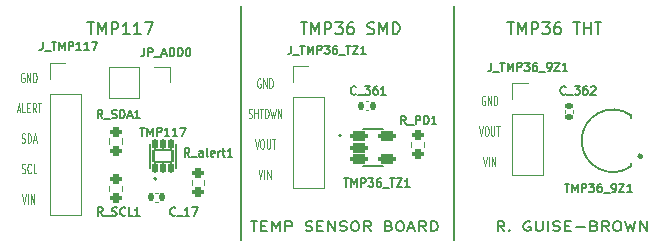
<source format=gbr>
%TF.GenerationSoftware,KiCad,Pcbnew,(6.0.4-0)*%
%TF.CreationDate,2025-08-27T16:44:19+02:00*%
%TF.ProjectId,FYP_temp,4659505f-7465-46d7-902e-6b696361645f,rev?*%
%TF.SameCoordinates,Original*%
%TF.FileFunction,Legend,Top*%
%TF.FilePolarity,Positive*%
%FSLAX46Y46*%
G04 Gerber Fmt 4.6, Leading zero omitted, Abs format (unit mm)*
G04 Created by KiCad (PCBNEW (6.0.4-0)) date 2025-08-27 16:44:19*
%MOMM*%
%LPD*%
G01*
G04 APERTURE LIST*
G04 Aperture macros list*
%AMRoundRect*
0 Rectangle with rounded corners*
0 $1 Rounding radius*
0 $2 $3 $4 $5 $6 $7 $8 $9 X,Y pos of 4 corners*
0 Add a 4 corners polygon primitive as box body*
4,1,4,$2,$3,$4,$5,$6,$7,$8,$9,$2,$3,0*
0 Add four circle primitives for the rounded corners*
1,1,$1+$1,$2,$3*
1,1,$1+$1,$4,$5*
1,1,$1+$1,$6,$7*
1,1,$1+$1,$8,$9*
0 Add four rect primitives between the rounded corners*
20,1,$1+$1,$2,$3,$4,$5,0*
20,1,$1+$1,$4,$5,$6,$7,0*
20,1,$1+$1,$6,$7,$8,$9,0*
20,1,$1+$1,$8,$9,$2,$3,0*%
G04 Aperture macros list end*
%ADD10C,0.150000*%
%ADD11C,0.125000*%
%ADD12C,0.120000*%
%ADD13C,0.127000*%
%ADD14C,0.200000*%
%ADD15C,0.300000*%
%ADD16R,1.700000X1.700000*%
%ADD17O,1.700000X1.700000*%
%ADD18RoundRect,0.140000X0.170000X-0.140000X0.170000X0.140000X-0.170000X0.140000X-0.170000X-0.140000X0*%
%ADD19RoundRect,0.200000X0.275000X-0.200000X0.275000X0.200000X-0.275000X0.200000X-0.275000X-0.200000X0*%
%ADD20RoundRect,0.140000X-0.140000X-0.170000X0.140000X-0.170000X0.140000X0.170000X-0.140000X0.170000X0*%
%ADD21RoundRect,0.142000X0.120000X-0.305000X0.120000X0.305000X-0.120000X0.305000X-0.120000X-0.305000X0*%
%ADD22RoundRect,0.102000X0.800000X-0.500000X0.800000X0.500000X-0.800000X0.500000X-0.800000X-0.500000X0*%
%ADD23O,2.404000X1.304000*%
%ADD24RoundRect,0.252000X-0.545000X-0.150000X0.545000X-0.150000X0.545000X0.150000X-0.545000X0.150000X0*%
G04 APERTURE END LIST*
D10*
X60000000Y-41400000D02*
X60000000Y-21600000D01*
X42000000Y-41400000D02*
X42000000Y-21600000D01*
D11*
X43619047Y-27736000D02*
X43571428Y-27697904D01*
X43500000Y-27697904D01*
X43428571Y-27736000D01*
X43380952Y-27812190D01*
X43357142Y-27888380D01*
X43333333Y-28040761D01*
X43333333Y-28155047D01*
X43357142Y-28307428D01*
X43380952Y-28383619D01*
X43428571Y-28459809D01*
X43500000Y-28497904D01*
X43547619Y-28497904D01*
X43619047Y-28459809D01*
X43642857Y-28421714D01*
X43642857Y-28155047D01*
X43547619Y-28155047D01*
X43857142Y-28497904D02*
X43857142Y-27697904D01*
X44142857Y-28497904D01*
X44142857Y-27697904D01*
X44380952Y-28497904D02*
X44380952Y-27697904D01*
X44500000Y-27697904D01*
X44571428Y-27736000D01*
X44619047Y-27812190D01*
X44642857Y-27888380D01*
X44666666Y-28040761D01*
X44666666Y-28155047D01*
X44642857Y-28307428D01*
X44619047Y-28383619D01*
X44571428Y-28459809D01*
X44500000Y-28497904D01*
X44380952Y-28497904D01*
X42607142Y-31035809D02*
X42678571Y-31073904D01*
X42797619Y-31073904D01*
X42845238Y-31035809D01*
X42869047Y-30997714D01*
X42892857Y-30921523D01*
X42892857Y-30845333D01*
X42869047Y-30769142D01*
X42845238Y-30731047D01*
X42797619Y-30692952D01*
X42702380Y-30654857D01*
X42654761Y-30616761D01*
X42630952Y-30578666D01*
X42607142Y-30502476D01*
X42607142Y-30426285D01*
X42630952Y-30350095D01*
X42654761Y-30312000D01*
X42702380Y-30273904D01*
X42821428Y-30273904D01*
X42892857Y-30312000D01*
X43107142Y-31073904D02*
X43107142Y-30273904D01*
X43107142Y-30654857D02*
X43392857Y-30654857D01*
X43392857Y-31073904D02*
X43392857Y-30273904D01*
X43559523Y-30273904D02*
X43845238Y-30273904D01*
X43702380Y-31073904D02*
X43702380Y-30273904D01*
X44011904Y-31073904D02*
X44011904Y-30273904D01*
X44130952Y-30273904D01*
X44202380Y-30312000D01*
X44250000Y-30388190D01*
X44273809Y-30464380D01*
X44297619Y-30616761D01*
X44297619Y-30731047D01*
X44273809Y-30883428D01*
X44250000Y-30959619D01*
X44202380Y-31035809D01*
X44130952Y-31073904D01*
X44011904Y-31073904D01*
X44464285Y-30273904D02*
X44583333Y-31073904D01*
X44678571Y-30502476D01*
X44773809Y-31073904D01*
X44892857Y-30273904D01*
X45083333Y-31073904D02*
X45083333Y-30273904D01*
X45369047Y-31073904D01*
X45369047Y-30273904D01*
X43119047Y-32849904D02*
X43285714Y-33649904D01*
X43452380Y-32849904D01*
X43714285Y-32849904D02*
X43809523Y-32849904D01*
X43857142Y-32888000D01*
X43904761Y-32964190D01*
X43928571Y-33116571D01*
X43928571Y-33383238D01*
X43904761Y-33535619D01*
X43857142Y-33611809D01*
X43809523Y-33649904D01*
X43714285Y-33649904D01*
X43666666Y-33611809D01*
X43619047Y-33535619D01*
X43595238Y-33383238D01*
X43595238Y-33116571D01*
X43619047Y-32964190D01*
X43666666Y-32888000D01*
X43714285Y-32849904D01*
X44142857Y-32849904D02*
X44142857Y-33497523D01*
X44166666Y-33573714D01*
X44190476Y-33611809D01*
X44238095Y-33649904D01*
X44333333Y-33649904D01*
X44380952Y-33611809D01*
X44404761Y-33573714D01*
X44428571Y-33497523D01*
X44428571Y-32849904D01*
X44595238Y-32849904D02*
X44880952Y-32849904D01*
X44738095Y-33649904D02*
X44738095Y-32849904D01*
X43452380Y-35425904D02*
X43619047Y-36225904D01*
X43785714Y-35425904D01*
X43952380Y-36225904D02*
X43952380Y-35425904D01*
X44190476Y-36225904D02*
X44190476Y-35425904D01*
X44476190Y-36225904D01*
X44476190Y-35425904D01*
X23619047Y-27248000D02*
X23571428Y-27209904D01*
X23500000Y-27209904D01*
X23428571Y-27248000D01*
X23380952Y-27324190D01*
X23357142Y-27400380D01*
X23333333Y-27552761D01*
X23333333Y-27667047D01*
X23357142Y-27819428D01*
X23380952Y-27895619D01*
X23428571Y-27971809D01*
X23500000Y-28009904D01*
X23547619Y-28009904D01*
X23619047Y-27971809D01*
X23642857Y-27933714D01*
X23642857Y-27667047D01*
X23547619Y-27667047D01*
X23857142Y-28009904D02*
X23857142Y-27209904D01*
X24142857Y-28009904D01*
X24142857Y-27209904D01*
X24380952Y-28009904D02*
X24380952Y-27209904D01*
X24500000Y-27209904D01*
X24571428Y-27248000D01*
X24619047Y-27324190D01*
X24642857Y-27400380D01*
X24666666Y-27552761D01*
X24666666Y-27667047D01*
X24642857Y-27819428D01*
X24619047Y-27895619D01*
X24571428Y-27971809D01*
X24500000Y-28009904D01*
X24380952Y-28009904D01*
X23011904Y-30357333D02*
X23250000Y-30357333D01*
X22964285Y-30585904D02*
X23130952Y-29785904D01*
X23297619Y-30585904D01*
X23702380Y-30585904D02*
X23464285Y-30585904D01*
X23464285Y-29785904D01*
X23869047Y-30166857D02*
X24035714Y-30166857D01*
X24107142Y-30585904D02*
X23869047Y-30585904D01*
X23869047Y-29785904D01*
X24107142Y-29785904D01*
X24607142Y-30585904D02*
X24440476Y-30204952D01*
X24321428Y-30585904D02*
X24321428Y-29785904D01*
X24511904Y-29785904D01*
X24559523Y-29824000D01*
X24583333Y-29862095D01*
X24607142Y-29938285D01*
X24607142Y-30052571D01*
X24583333Y-30128761D01*
X24559523Y-30166857D01*
X24511904Y-30204952D01*
X24321428Y-30204952D01*
X24750000Y-29785904D02*
X25035714Y-29785904D01*
X24892857Y-30585904D02*
X24892857Y-29785904D01*
X23392857Y-33123809D02*
X23464285Y-33161904D01*
X23583333Y-33161904D01*
X23630952Y-33123809D01*
X23654761Y-33085714D01*
X23678571Y-33009523D01*
X23678571Y-32933333D01*
X23654761Y-32857142D01*
X23630952Y-32819047D01*
X23583333Y-32780952D01*
X23488095Y-32742857D01*
X23440476Y-32704761D01*
X23416666Y-32666666D01*
X23392857Y-32590476D01*
X23392857Y-32514285D01*
X23416666Y-32438095D01*
X23440476Y-32400000D01*
X23488095Y-32361904D01*
X23607142Y-32361904D01*
X23678571Y-32400000D01*
X23892857Y-33161904D02*
X23892857Y-32361904D01*
X24011904Y-32361904D01*
X24083333Y-32400000D01*
X24130952Y-32476190D01*
X24154761Y-32552380D01*
X24178571Y-32704761D01*
X24178571Y-32819047D01*
X24154761Y-32971428D01*
X24130952Y-33047619D01*
X24083333Y-33123809D01*
X24011904Y-33161904D01*
X23892857Y-33161904D01*
X24369047Y-32933333D02*
X24607142Y-32933333D01*
X24321428Y-33161904D02*
X24488095Y-32361904D01*
X24654761Y-33161904D01*
X23404761Y-35699809D02*
X23476190Y-35737904D01*
X23595238Y-35737904D01*
X23642857Y-35699809D01*
X23666666Y-35661714D01*
X23690476Y-35585523D01*
X23690476Y-35509333D01*
X23666666Y-35433142D01*
X23642857Y-35395047D01*
X23595238Y-35356952D01*
X23500000Y-35318857D01*
X23452380Y-35280761D01*
X23428571Y-35242666D01*
X23404761Y-35166476D01*
X23404761Y-35090285D01*
X23428571Y-35014095D01*
X23452380Y-34976000D01*
X23500000Y-34937904D01*
X23619047Y-34937904D01*
X23690476Y-34976000D01*
X24190476Y-35661714D02*
X24166666Y-35699809D01*
X24095238Y-35737904D01*
X24047619Y-35737904D01*
X23976190Y-35699809D01*
X23928571Y-35623619D01*
X23904761Y-35547428D01*
X23880952Y-35395047D01*
X23880952Y-35280761D01*
X23904761Y-35128380D01*
X23928571Y-35052190D01*
X23976190Y-34976000D01*
X24047619Y-34937904D01*
X24095238Y-34937904D01*
X24166666Y-34976000D01*
X24190476Y-35014095D01*
X24642857Y-35737904D02*
X24404761Y-35737904D01*
X24404761Y-34937904D01*
X23452380Y-37513904D02*
X23619047Y-38313904D01*
X23785714Y-37513904D01*
X23952380Y-38313904D02*
X23952380Y-37513904D01*
X24190476Y-38313904D02*
X24190476Y-37513904D01*
X24476190Y-38313904D01*
X24476190Y-37513904D01*
D10*
X28964285Y-22952380D02*
X29535714Y-22952380D01*
X29250000Y-23952380D02*
X29250000Y-22952380D01*
X29869047Y-23952380D02*
X29869047Y-22952380D01*
X30202380Y-23666666D01*
X30535714Y-22952380D01*
X30535714Y-23952380D01*
X31011904Y-23952380D02*
X31011904Y-22952380D01*
X31392857Y-22952380D01*
X31488095Y-23000000D01*
X31535714Y-23047619D01*
X31583333Y-23142857D01*
X31583333Y-23285714D01*
X31535714Y-23380952D01*
X31488095Y-23428571D01*
X31392857Y-23476190D01*
X31011904Y-23476190D01*
X32535714Y-23952380D02*
X31964285Y-23952380D01*
X32250000Y-23952380D02*
X32250000Y-22952380D01*
X32154761Y-23095238D01*
X32059523Y-23190476D01*
X31964285Y-23238095D01*
X33488095Y-23952380D02*
X32916666Y-23952380D01*
X33202380Y-23952380D02*
X33202380Y-22952380D01*
X33107142Y-23095238D01*
X33011904Y-23190476D01*
X32916666Y-23238095D01*
X33821428Y-22952380D02*
X34488095Y-22952380D01*
X34059523Y-23952380D01*
X64523809Y-22952380D02*
X65095238Y-22952380D01*
X64809523Y-23952380D02*
X64809523Y-22952380D01*
X65428571Y-23952380D02*
X65428571Y-22952380D01*
X65761904Y-23666666D01*
X66095238Y-22952380D01*
X66095238Y-23952380D01*
X66571428Y-23952380D02*
X66571428Y-22952380D01*
X66952380Y-22952380D01*
X67047619Y-23000000D01*
X67095238Y-23047619D01*
X67142857Y-23142857D01*
X67142857Y-23285714D01*
X67095238Y-23380952D01*
X67047619Y-23428571D01*
X66952380Y-23476190D01*
X66571428Y-23476190D01*
X67476190Y-22952380D02*
X68095238Y-22952380D01*
X67761904Y-23333333D01*
X67904761Y-23333333D01*
X68000000Y-23380952D01*
X68047619Y-23428571D01*
X68095238Y-23523809D01*
X68095238Y-23761904D01*
X68047619Y-23857142D01*
X68000000Y-23904761D01*
X67904761Y-23952380D01*
X67619047Y-23952380D01*
X67523809Y-23904761D01*
X67476190Y-23857142D01*
X68952380Y-22952380D02*
X68761904Y-22952380D01*
X68666666Y-23000000D01*
X68619047Y-23047619D01*
X68523809Y-23190476D01*
X68476190Y-23380952D01*
X68476190Y-23761904D01*
X68523809Y-23857142D01*
X68571428Y-23904761D01*
X68666666Y-23952380D01*
X68857142Y-23952380D01*
X68952380Y-23904761D01*
X69000000Y-23857142D01*
X69047619Y-23761904D01*
X69047619Y-23523809D01*
X69000000Y-23428571D01*
X68952380Y-23380952D01*
X68857142Y-23333333D01*
X68666666Y-23333333D01*
X68571428Y-23380952D01*
X68523809Y-23428571D01*
X68476190Y-23523809D01*
X70095238Y-22952380D02*
X70666666Y-22952380D01*
X70380952Y-23952380D02*
X70380952Y-22952380D01*
X71000000Y-23952380D02*
X71000000Y-22952380D01*
X71000000Y-23428571D02*
X71571428Y-23428571D01*
X71571428Y-23952380D02*
X71571428Y-22952380D01*
X71904761Y-22952380D02*
X72476190Y-22952380D01*
X72190476Y-23952380D02*
X72190476Y-22952380D01*
X47011904Y-22952380D02*
X47583333Y-22952380D01*
X47297619Y-23952380D02*
X47297619Y-22952380D01*
X47916666Y-23952380D02*
X47916666Y-22952380D01*
X48250000Y-23666666D01*
X48583333Y-22952380D01*
X48583333Y-23952380D01*
X49059523Y-23952380D02*
X49059523Y-22952380D01*
X49440476Y-22952380D01*
X49535714Y-23000000D01*
X49583333Y-23047619D01*
X49630952Y-23142857D01*
X49630952Y-23285714D01*
X49583333Y-23380952D01*
X49535714Y-23428571D01*
X49440476Y-23476190D01*
X49059523Y-23476190D01*
X49964285Y-22952380D02*
X50583333Y-22952380D01*
X50250000Y-23333333D01*
X50392857Y-23333333D01*
X50488095Y-23380952D01*
X50535714Y-23428571D01*
X50583333Y-23523809D01*
X50583333Y-23761904D01*
X50535714Y-23857142D01*
X50488095Y-23904761D01*
X50392857Y-23952380D01*
X50107142Y-23952380D01*
X50011904Y-23904761D01*
X49964285Y-23857142D01*
X51440476Y-22952380D02*
X51250000Y-22952380D01*
X51154761Y-23000000D01*
X51107142Y-23047619D01*
X51011904Y-23190476D01*
X50964285Y-23380952D01*
X50964285Y-23761904D01*
X51011904Y-23857142D01*
X51059523Y-23904761D01*
X51154761Y-23952380D01*
X51345238Y-23952380D01*
X51440476Y-23904761D01*
X51488095Y-23857142D01*
X51535714Y-23761904D01*
X51535714Y-23523809D01*
X51488095Y-23428571D01*
X51440476Y-23380952D01*
X51345238Y-23333333D01*
X51154761Y-23333333D01*
X51059523Y-23380952D01*
X51011904Y-23428571D01*
X50964285Y-23523809D01*
X52678571Y-23904761D02*
X52821428Y-23952380D01*
X53059523Y-23952380D01*
X53154761Y-23904761D01*
X53202380Y-23857142D01*
X53250000Y-23761904D01*
X53250000Y-23666666D01*
X53202380Y-23571428D01*
X53154761Y-23523809D01*
X53059523Y-23476190D01*
X52869047Y-23428571D01*
X52773809Y-23380952D01*
X52726190Y-23333333D01*
X52678571Y-23238095D01*
X52678571Y-23142857D01*
X52726190Y-23047619D01*
X52773809Y-23000000D01*
X52869047Y-22952380D01*
X53107142Y-22952380D01*
X53250000Y-23000000D01*
X53678571Y-23952380D02*
X53678571Y-22952380D01*
X54011904Y-23666666D01*
X54345238Y-22952380D01*
X54345238Y-23952380D01*
X54821428Y-23952380D02*
X54821428Y-22952380D01*
X55059523Y-22952380D01*
X55202380Y-23000000D01*
X55297619Y-23095238D01*
X55345238Y-23190476D01*
X55392857Y-23380952D01*
X55392857Y-23523809D01*
X55345238Y-23714285D01*
X55297619Y-23809523D01*
X55202380Y-23904761D01*
X55059523Y-23952380D01*
X54821428Y-23952380D01*
X64261904Y-40611904D02*
X63928571Y-40230952D01*
X63690476Y-40611904D02*
X63690476Y-39811904D01*
X64071428Y-39811904D01*
X64166666Y-39850000D01*
X64214285Y-39888095D01*
X64261904Y-39964285D01*
X64261904Y-40078571D01*
X64214285Y-40154761D01*
X64166666Y-40192857D01*
X64071428Y-40230952D01*
X63690476Y-40230952D01*
X64690476Y-40535714D02*
X64738095Y-40573809D01*
X64690476Y-40611904D01*
X64642857Y-40573809D01*
X64690476Y-40535714D01*
X64690476Y-40611904D01*
X66452380Y-39850000D02*
X66357142Y-39811904D01*
X66214285Y-39811904D01*
X66071428Y-39850000D01*
X65976190Y-39926190D01*
X65928571Y-40002380D01*
X65880952Y-40154761D01*
X65880952Y-40269047D01*
X65928571Y-40421428D01*
X65976190Y-40497619D01*
X66071428Y-40573809D01*
X66214285Y-40611904D01*
X66309523Y-40611904D01*
X66452380Y-40573809D01*
X66500000Y-40535714D01*
X66500000Y-40269047D01*
X66309523Y-40269047D01*
X66928571Y-39811904D02*
X66928571Y-40459523D01*
X66976190Y-40535714D01*
X67023809Y-40573809D01*
X67119047Y-40611904D01*
X67309523Y-40611904D01*
X67404761Y-40573809D01*
X67452380Y-40535714D01*
X67500000Y-40459523D01*
X67500000Y-39811904D01*
X67976190Y-40611904D02*
X67976190Y-39811904D01*
X68404761Y-40573809D02*
X68547619Y-40611904D01*
X68785714Y-40611904D01*
X68880952Y-40573809D01*
X68928571Y-40535714D01*
X68976190Y-40459523D01*
X68976190Y-40383333D01*
X68928571Y-40307142D01*
X68880952Y-40269047D01*
X68785714Y-40230952D01*
X68595238Y-40192857D01*
X68500000Y-40154761D01*
X68452380Y-40116666D01*
X68404761Y-40040476D01*
X68404761Y-39964285D01*
X68452380Y-39888095D01*
X68500000Y-39850000D01*
X68595238Y-39811904D01*
X68833333Y-39811904D01*
X68976190Y-39850000D01*
X69404761Y-40192857D02*
X69738095Y-40192857D01*
X69880952Y-40611904D02*
X69404761Y-40611904D01*
X69404761Y-39811904D01*
X69880952Y-39811904D01*
X70309523Y-40307142D02*
X71071428Y-40307142D01*
X71880952Y-40192857D02*
X72023809Y-40230952D01*
X72071428Y-40269047D01*
X72119047Y-40345238D01*
X72119047Y-40459523D01*
X72071428Y-40535714D01*
X72023809Y-40573809D01*
X71928571Y-40611904D01*
X71547619Y-40611904D01*
X71547619Y-39811904D01*
X71880952Y-39811904D01*
X71976190Y-39850000D01*
X72023809Y-39888095D01*
X72071428Y-39964285D01*
X72071428Y-40040476D01*
X72023809Y-40116666D01*
X71976190Y-40154761D01*
X71880952Y-40192857D01*
X71547619Y-40192857D01*
X73119047Y-40611904D02*
X72785714Y-40230952D01*
X72547619Y-40611904D02*
X72547619Y-39811904D01*
X72928571Y-39811904D01*
X73023809Y-39850000D01*
X73071428Y-39888095D01*
X73119047Y-39964285D01*
X73119047Y-40078571D01*
X73071428Y-40154761D01*
X73023809Y-40192857D01*
X72928571Y-40230952D01*
X72547619Y-40230952D01*
X73738095Y-39811904D02*
X73928571Y-39811904D01*
X74023809Y-39850000D01*
X74119047Y-39926190D01*
X74166666Y-40078571D01*
X74166666Y-40345238D01*
X74119047Y-40497619D01*
X74023809Y-40573809D01*
X73928571Y-40611904D01*
X73738095Y-40611904D01*
X73642857Y-40573809D01*
X73547619Y-40497619D01*
X73500000Y-40345238D01*
X73500000Y-40078571D01*
X73547619Y-39926190D01*
X73642857Y-39850000D01*
X73738095Y-39811904D01*
X74500000Y-39811904D02*
X74738095Y-40611904D01*
X74928571Y-40040476D01*
X75119047Y-40611904D01*
X75357142Y-39811904D01*
X75738095Y-40611904D02*
X75738095Y-39811904D01*
X76309523Y-40611904D01*
X76309523Y-39811904D01*
D11*
X62619047Y-29224000D02*
X62571428Y-29185904D01*
X62500000Y-29185904D01*
X62428571Y-29224000D01*
X62380952Y-29300190D01*
X62357142Y-29376380D01*
X62333333Y-29528761D01*
X62333333Y-29643047D01*
X62357142Y-29795428D01*
X62380952Y-29871619D01*
X62428571Y-29947809D01*
X62500000Y-29985904D01*
X62547619Y-29985904D01*
X62619047Y-29947809D01*
X62642857Y-29909714D01*
X62642857Y-29643047D01*
X62547619Y-29643047D01*
X62857142Y-29985904D02*
X62857142Y-29185904D01*
X63142857Y-29985904D01*
X63142857Y-29185904D01*
X63380952Y-29985904D02*
X63380952Y-29185904D01*
X63500000Y-29185904D01*
X63571428Y-29224000D01*
X63619047Y-29300190D01*
X63642857Y-29376380D01*
X63666666Y-29528761D01*
X63666666Y-29643047D01*
X63642857Y-29795428D01*
X63619047Y-29871619D01*
X63571428Y-29947809D01*
X63500000Y-29985904D01*
X63380952Y-29985904D01*
X62119047Y-31761904D02*
X62285714Y-32561904D01*
X62452380Y-31761904D01*
X62714285Y-31761904D02*
X62809523Y-31761904D01*
X62857142Y-31800000D01*
X62904761Y-31876190D01*
X62928571Y-32028571D01*
X62928571Y-32295238D01*
X62904761Y-32447619D01*
X62857142Y-32523809D01*
X62809523Y-32561904D01*
X62714285Y-32561904D01*
X62666666Y-32523809D01*
X62619047Y-32447619D01*
X62595238Y-32295238D01*
X62595238Y-32028571D01*
X62619047Y-31876190D01*
X62666666Y-31800000D01*
X62714285Y-31761904D01*
X63142857Y-31761904D02*
X63142857Y-32409523D01*
X63166666Y-32485714D01*
X63190476Y-32523809D01*
X63238095Y-32561904D01*
X63333333Y-32561904D01*
X63380952Y-32523809D01*
X63404761Y-32485714D01*
X63428571Y-32409523D01*
X63428571Y-31761904D01*
X63595238Y-31761904D02*
X63880952Y-31761904D01*
X63738095Y-32561904D02*
X63738095Y-31761904D01*
X62452380Y-34337904D02*
X62619047Y-35137904D01*
X62785714Y-34337904D01*
X62952380Y-35137904D02*
X62952380Y-34337904D01*
X63190476Y-35137904D02*
X63190476Y-34337904D01*
X63476190Y-35137904D01*
X63476190Y-34337904D01*
D10*
X42773809Y-39811904D02*
X43345238Y-39811904D01*
X43059523Y-40611904D02*
X43059523Y-39811904D01*
X43678571Y-40192857D02*
X44011904Y-40192857D01*
X44154761Y-40611904D02*
X43678571Y-40611904D01*
X43678571Y-39811904D01*
X44154761Y-39811904D01*
X44583333Y-40611904D02*
X44583333Y-39811904D01*
X44916666Y-40383333D01*
X45250000Y-39811904D01*
X45250000Y-40611904D01*
X45726190Y-40611904D02*
X45726190Y-39811904D01*
X46107142Y-39811904D01*
X46202380Y-39850000D01*
X46250000Y-39888095D01*
X46297619Y-39964285D01*
X46297619Y-40078571D01*
X46250000Y-40154761D01*
X46202380Y-40192857D01*
X46107142Y-40230952D01*
X45726190Y-40230952D01*
X47440476Y-40573809D02*
X47583333Y-40611904D01*
X47821428Y-40611904D01*
X47916666Y-40573809D01*
X47964285Y-40535714D01*
X48011904Y-40459523D01*
X48011904Y-40383333D01*
X47964285Y-40307142D01*
X47916666Y-40269047D01*
X47821428Y-40230952D01*
X47630952Y-40192857D01*
X47535714Y-40154761D01*
X47488095Y-40116666D01*
X47440476Y-40040476D01*
X47440476Y-39964285D01*
X47488095Y-39888095D01*
X47535714Y-39850000D01*
X47630952Y-39811904D01*
X47869047Y-39811904D01*
X48011904Y-39850000D01*
X48440476Y-40192857D02*
X48773809Y-40192857D01*
X48916666Y-40611904D02*
X48440476Y-40611904D01*
X48440476Y-39811904D01*
X48916666Y-39811904D01*
X49345238Y-40611904D02*
X49345238Y-39811904D01*
X49916666Y-40611904D01*
X49916666Y-39811904D01*
X50345238Y-40573809D02*
X50488095Y-40611904D01*
X50726190Y-40611904D01*
X50821428Y-40573809D01*
X50869047Y-40535714D01*
X50916666Y-40459523D01*
X50916666Y-40383333D01*
X50869047Y-40307142D01*
X50821428Y-40269047D01*
X50726190Y-40230952D01*
X50535714Y-40192857D01*
X50440476Y-40154761D01*
X50392857Y-40116666D01*
X50345238Y-40040476D01*
X50345238Y-39964285D01*
X50392857Y-39888095D01*
X50440476Y-39850000D01*
X50535714Y-39811904D01*
X50773809Y-39811904D01*
X50916666Y-39850000D01*
X51535714Y-39811904D02*
X51726190Y-39811904D01*
X51821428Y-39850000D01*
X51916666Y-39926190D01*
X51964285Y-40078571D01*
X51964285Y-40345238D01*
X51916666Y-40497619D01*
X51821428Y-40573809D01*
X51726190Y-40611904D01*
X51535714Y-40611904D01*
X51440476Y-40573809D01*
X51345238Y-40497619D01*
X51297619Y-40345238D01*
X51297619Y-40078571D01*
X51345238Y-39926190D01*
X51440476Y-39850000D01*
X51535714Y-39811904D01*
X52964285Y-40611904D02*
X52630952Y-40230952D01*
X52392857Y-40611904D02*
X52392857Y-39811904D01*
X52773809Y-39811904D01*
X52869047Y-39850000D01*
X52916666Y-39888095D01*
X52964285Y-39964285D01*
X52964285Y-40078571D01*
X52916666Y-40154761D01*
X52869047Y-40192857D01*
X52773809Y-40230952D01*
X52392857Y-40230952D01*
X54488095Y-40192857D02*
X54630952Y-40230952D01*
X54678571Y-40269047D01*
X54726190Y-40345238D01*
X54726190Y-40459523D01*
X54678571Y-40535714D01*
X54630952Y-40573809D01*
X54535714Y-40611904D01*
X54154761Y-40611904D01*
X54154761Y-39811904D01*
X54488095Y-39811904D01*
X54583333Y-39850000D01*
X54630952Y-39888095D01*
X54678571Y-39964285D01*
X54678571Y-40040476D01*
X54630952Y-40116666D01*
X54583333Y-40154761D01*
X54488095Y-40192857D01*
X54154761Y-40192857D01*
X55345238Y-39811904D02*
X55535714Y-39811904D01*
X55630952Y-39850000D01*
X55726190Y-39926190D01*
X55773809Y-40078571D01*
X55773809Y-40345238D01*
X55726190Y-40497619D01*
X55630952Y-40573809D01*
X55535714Y-40611904D01*
X55345238Y-40611904D01*
X55250000Y-40573809D01*
X55154761Y-40497619D01*
X55107142Y-40345238D01*
X55107142Y-40078571D01*
X55154761Y-39926190D01*
X55250000Y-39850000D01*
X55345238Y-39811904D01*
X56154761Y-40383333D02*
X56630952Y-40383333D01*
X56059523Y-40611904D02*
X56392857Y-39811904D01*
X56726190Y-40611904D01*
X57630952Y-40611904D02*
X57297619Y-40230952D01*
X57059523Y-40611904D02*
X57059523Y-39811904D01*
X57440476Y-39811904D01*
X57535714Y-39850000D01*
X57583333Y-39888095D01*
X57630952Y-39964285D01*
X57630952Y-40078571D01*
X57583333Y-40154761D01*
X57535714Y-40192857D01*
X57440476Y-40230952D01*
X57059523Y-40230952D01*
X58059523Y-40611904D02*
X58059523Y-39811904D01*
X58297619Y-39811904D01*
X58440476Y-39850000D01*
X58535714Y-39926190D01*
X58583333Y-40002380D01*
X58630952Y-40154761D01*
X58630952Y-40269047D01*
X58583333Y-40421428D01*
X58535714Y-40497619D01*
X58440476Y-40573809D01*
X58297619Y-40611904D01*
X58059523Y-40611904D01*
%TO.C,J_TMP36_TZ1*%
X46200000Y-24924166D02*
X46200000Y-25424166D01*
X46166666Y-25524166D01*
X46100000Y-25590833D01*
X46000000Y-25624166D01*
X45933333Y-25624166D01*
X46366666Y-25690833D02*
X46900000Y-25690833D01*
X46966666Y-24924166D02*
X47366666Y-24924166D01*
X47166666Y-25624166D02*
X47166666Y-24924166D01*
X47600000Y-25624166D02*
X47600000Y-24924166D01*
X47833333Y-25424166D01*
X48066666Y-24924166D01*
X48066666Y-25624166D01*
X48400000Y-25624166D02*
X48400000Y-24924166D01*
X48666666Y-24924166D01*
X48733333Y-24957500D01*
X48766666Y-24990833D01*
X48800000Y-25057500D01*
X48800000Y-25157500D01*
X48766666Y-25224166D01*
X48733333Y-25257500D01*
X48666666Y-25290833D01*
X48400000Y-25290833D01*
X49033333Y-24924166D02*
X49466666Y-24924166D01*
X49233333Y-25190833D01*
X49333333Y-25190833D01*
X49400000Y-25224166D01*
X49433333Y-25257500D01*
X49466666Y-25324166D01*
X49466666Y-25490833D01*
X49433333Y-25557500D01*
X49400000Y-25590833D01*
X49333333Y-25624166D01*
X49133333Y-25624166D01*
X49066666Y-25590833D01*
X49033333Y-25557500D01*
X50066666Y-24924166D02*
X49933333Y-24924166D01*
X49866666Y-24957500D01*
X49833333Y-24990833D01*
X49766666Y-25090833D01*
X49733333Y-25224166D01*
X49733333Y-25490833D01*
X49766666Y-25557500D01*
X49800000Y-25590833D01*
X49866666Y-25624166D01*
X50000000Y-25624166D01*
X50066666Y-25590833D01*
X50100000Y-25557500D01*
X50133333Y-25490833D01*
X50133333Y-25324166D01*
X50100000Y-25257500D01*
X50066666Y-25224166D01*
X50000000Y-25190833D01*
X49866666Y-25190833D01*
X49800000Y-25224166D01*
X49766666Y-25257500D01*
X49733333Y-25324166D01*
X50266666Y-25690833D02*
X50800000Y-25690833D01*
X50866666Y-24924166D02*
X51266666Y-24924166D01*
X51066666Y-25624166D02*
X51066666Y-24924166D01*
X51433333Y-24924166D02*
X51900000Y-24924166D01*
X51433333Y-25624166D01*
X51900000Y-25624166D01*
X52533333Y-25624166D02*
X52133333Y-25624166D01*
X52333333Y-25624166D02*
X52333333Y-24924166D01*
X52266666Y-25024166D01*
X52200000Y-25090833D01*
X52133333Y-25124166D01*
%TO.C,C_362*%
X69450000Y-29000000D02*
X69416666Y-29033333D01*
X69316666Y-29066666D01*
X69250000Y-29066666D01*
X69150000Y-29033333D01*
X69083333Y-28966666D01*
X69050000Y-28900000D01*
X69016666Y-28766666D01*
X69016666Y-28666666D01*
X69050000Y-28533333D01*
X69083333Y-28466666D01*
X69150000Y-28400000D01*
X69250000Y-28366666D01*
X69316666Y-28366666D01*
X69416666Y-28400000D01*
X69450000Y-28433333D01*
X69583333Y-29133333D02*
X70116666Y-29133333D01*
X70216666Y-28366666D02*
X70650000Y-28366666D01*
X70416666Y-28633333D01*
X70516666Y-28633333D01*
X70583333Y-28666666D01*
X70616666Y-28700000D01*
X70650000Y-28766666D01*
X70650000Y-28933333D01*
X70616666Y-29000000D01*
X70583333Y-29033333D01*
X70516666Y-29066666D01*
X70316666Y-29066666D01*
X70250000Y-29033333D01*
X70216666Y-29000000D01*
X71250000Y-28366666D02*
X71116666Y-28366666D01*
X71050000Y-28400000D01*
X71016666Y-28433333D01*
X70950000Y-28533333D01*
X70916666Y-28666666D01*
X70916666Y-28933333D01*
X70950000Y-29000000D01*
X70983333Y-29033333D01*
X71050000Y-29066666D01*
X71183333Y-29066666D01*
X71250000Y-29033333D01*
X71283333Y-29000000D01*
X71316666Y-28933333D01*
X71316666Y-28766666D01*
X71283333Y-28700000D01*
X71250000Y-28666666D01*
X71183333Y-28633333D01*
X71050000Y-28633333D01*
X70983333Y-28666666D01*
X70950000Y-28700000D01*
X70916666Y-28766666D01*
X71583333Y-28433333D02*
X71616666Y-28400000D01*
X71683333Y-28366666D01*
X71850000Y-28366666D01*
X71916666Y-28400000D01*
X71950000Y-28433333D01*
X71983333Y-28500000D01*
X71983333Y-28566666D01*
X71950000Y-28666666D01*
X71550000Y-29066666D01*
X71983333Y-29066666D01*
%TO.C,R_alert1*%
X37600000Y-34321666D02*
X37366666Y-33988333D01*
X37200000Y-34321666D02*
X37200000Y-33621666D01*
X37466666Y-33621666D01*
X37533333Y-33655000D01*
X37566666Y-33688333D01*
X37600000Y-33755000D01*
X37600000Y-33855000D01*
X37566666Y-33921666D01*
X37533333Y-33955000D01*
X37466666Y-33988333D01*
X37200000Y-33988333D01*
X37733333Y-34388333D02*
X38266666Y-34388333D01*
X38733333Y-34321666D02*
X38733333Y-33955000D01*
X38700000Y-33888333D01*
X38633333Y-33855000D01*
X38500000Y-33855000D01*
X38433333Y-33888333D01*
X38733333Y-34288333D02*
X38666666Y-34321666D01*
X38500000Y-34321666D01*
X38433333Y-34288333D01*
X38400000Y-34221666D01*
X38400000Y-34155000D01*
X38433333Y-34088333D01*
X38500000Y-34055000D01*
X38666666Y-34055000D01*
X38733333Y-34021666D01*
X39166666Y-34321666D02*
X39100000Y-34288333D01*
X39066666Y-34221666D01*
X39066666Y-33621666D01*
X39700000Y-34288333D02*
X39633333Y-34321666D01*
X39500000Y-34321666D01*
X39433333Y-34288333D01*
X39400000Y-34221666D01*
X39400000Y-33955000D01*
X39433333Y-33888333D01*
X39500000Y-33855000D01*
X39633333Y-33855000D01*
X39700000Y-33888333D01*
X39733333Y-33955000D01*
X39733333Y-34021666D01*
X39400000Y-34088333D01*
X40033333Y-34321666D02*
X40033333Y-33855000D01*
X40033333Y-33988333D02*
X40066666Y-33921666D01*
X40100000Y-33888333D01*
X40166666Y-33855000D01*
X40233333Y-33855000D01*
X40366666Y-33855000D02*
X40633333Y-33855000D01*
X40466666Y-33621666D02*
X40466666Y-34221666D01*
X40500000Y-34288333D01*
X40566666Y-34321666D01*
X40633333Y-34321666D01*
X41233333Y-34321666D02*
X40833333Y-34321666D01*
X41033333Y-34321666D02*
X41033333Y-33621666D01*
X40966666Y-33721666D01*
X40900000Y-33788333D01*
X40833333Y-33821666D01*
%TO.C,C_17*%
X36388333Y-39255000D02*
X36355000Y-39288333D01*
X36255000Y-39321666D01*
X36188333Y-39321666D01*
X36088333Y-39288333D01*
X36021666Y-39221666D01*
X35988333Y-39155000D01*
X35955000Y-39021666D01*
X35955000Y-38921666D01*
X35988333Y-38788333D01*
X36021666Y-38721666D01*
X36088333Y-38655000D01*
X36188333Y-38621666D01*
X36255000Y-38621666D01*
X36355000Y-38655000D01*
X36388333Y-38688333D01*
X36521666Y-39388333D02*
X37055000Y-39388333D01*
X37588333Y-39321666D02*
X37188333Y-39321666D01*
X37388333Y-39321666D02*
X37388333Y-38621666D01*
X37321666Y-38721666D01*
X37255000Y-38788333D01*
X37188333Y-38821666D01*
X37821666Y-38621666D02*
X38288333Y-38621666D01*
X37988333Y-39321666D01*
%TO.C,TMP117*%
X33405000Y-31871666D02*
X33805000Y-31871666D01*
X33605000Y-32571666D02*
X33605000Y-31871666D01*
X34038333Y-32571666D02*
X34038333Y-31871666D01*
X34271666Y-32371666D01*
X34505000Y-31871666D01*
X34505000Y-32571666D01*
X34838333Y-32571666D02*
X34838333Y-31871666D01*
X35105000Y-31871666D01*
X35171666Y-31905000D01*
X35205000Y-31938333D01*
X35238333Y-32005000D01*
X35238333Y-32105000D01*
X35205000Y-32171666D01*
X35171666Y-32205000D01*
X35105000Y-32238333D01*
X34838333Y-32238333D01*
X35905000Y-32571666D02*
X35505000Y-32571666D01*
X35705000Y-32571666D02*
X35705000Y-31871666D01*
X35638333Y-31971666D01*
X35571666Y-32038333D01*
X35505000Y-32071666D01*
X36571666Y-32571666D02*
X36171666Y-32571666D01*
X36371666Y-32571666D02*
X36371666Y-31871666D01*
X36305000Y-31971666D01*
X36238333Y-32038333D01*
X36171666Y-32071666D01*
X36805000Y-31871666D02*
X37271666Y-31871666D01*
X36971666Y-32571666D01*
%TO.C,R_PD1*%
X55916666Y-31566666D02*
X55683333Y-31233333D01*
X55516666Y-31566666D02*
X55516666Y-30866666D01*
X55783333Y-30866666D01*
X55850000Y-30900000D01*
X55883333Y-30933333D01*
X55916666Y-31000000D01*
X55916666Y-31100000D01*
X55883333Y-31166666D01*
X55850000Y-31200000D01*
X55783333Y-31233333D01*
X55516666Y-31233333D01*
X56050000Y-31633333D02*
X56583333Y-31633333D01*
X56750000Y-31566666D02*
X56750000Y-30866666D01*
X57016666Y-30866666D01*
X57083333Y-30900000D01*
X57116666Y-30933333D01*
X57150000Y-31000000D01*
X57150000Y-31100000D01*
X57116666Y-31166666D01*
X57083333Y-31200000D01*
X57016666Y-31233333D01*
X56750000Y-31233333D01*
X57450000Y-31566666D02*
X57450000Y-30866666D01*
X57616666Y-30866666D01*
X57716666Y-30900000D01*
X57783333Y-30966666D01*
X57816666Y-31033333D01*
X57850000Y-31166666D01*
X57850000Y-31266666D01*
X57816666Y-31400000D01*
X57783333Y-31466666D01*
X57716666Y-31533333D01*
X57616666Y-31566666D01*
X57450000Y-31566666D01*
X58516666Y-31566666D02*
X58116666Y-31566666D01*
X58316666Y-31566666D02*
X58316666Y-30866666D01*
X58250000Y-30966666D01*
X58183333Y-31033333D01*
X58116666Y-31066666D01*
%TO.C,TMP36_9Z1*%
X69366666Y-36616666D02*
X69766666Y-36616666D01*
X69566666Y-37316666D02*
X69566666Y-36616666D01*
X70000000Y-37316666D02*
X70000000Y-36616666D01*
X70233333Y-37116666D01*
X70466666Y-36616666D01*
X70466666Y-37316666D01*
X70800000Y-37316666D02*
X70800000Y-36616666D01*
X71066666Y-36616666D01*
X71133333Y-36650000D01*
X71166666Y-36683333D01*
X71200000Y-36750000D01*
X71200000Y-36850000D01*
X71166666Y-36916666D01*
X71133333Y-36950000D01*
X71066666Y-36983333D01*
X70800000Y-36983333D01*
X71433333Y-36616666D02*
X71866666Y-36616666D01*
X71633333Y-36883333D01*
X71733333Y-36883333D01*
X71800000Y-36916666D01*
X71833333Y-36950000D01*
X71866666Y-37016666D01*
X71866666Y-37183333D01*
X71833333Y-37250000D01*
X71800000Y-37283333D01*
X71733333Y-37316666D01*
X71533333Y-37316666D01*
X71466666Y-37283333D01*
X71433333Y-37250000D01*
X72466666Y-36616666D02*
X72333333Y-36616666D01*
X72266666Y-36650000D01*
X72233333Y-36683333D01*
X72166666Y-36783333D01*
X72133333Y-36916666D01*
X72133333Y-37183333D01*
X72166666Y-37250000D01*
X72200000Y-37283333D01*
X72266666Y-37316666D01*
X72400000Y-37316666D01*
X72466666Y-37283333D01*
X72500000Y-37250000D01*
X72533333Y-37183333D01*
X72533333Y-37016666D01*
X72500000Y-36950000D01*
X72466666Y-36916666D01*
X72400000Y-36883333D01*
X72266666Y-36883333D01*
X72200000Y-36916666D01*
X72166666Y-36950000D01*
X72133333Y-37016666D01*
X72666666Y-37383333D02*
X73200000Y-37383333D01*
X73400000Y-37316666D02*
X73533333Y-37316666D01*
X73600000Y-37283333D01*
X73633333Y-37250000D01*
X73700000Y-37150000D01*
X73733333Y-37016666D01*
X73733333Y-36750000D01*
X73700000Y-36683333D01*
X73666666Y-36650000D01*
X73600000Y-36616666D01*
X73466666Y-36616666D01*
X73400000Y-36650000D01*
X73366666Y-36683333D01*
X73333333Y-36750000D01*
X73333333Y-36916666D01*
X73366666Y-36983333D01*
X73400000Y-37016666D01*
X73466666Y-37050000D01*
X73600000Y-37050000D01*
X73666666Y-37016666D01*
X73700000Y-36983333D01*
X73733333Y-36916666D01*
X73966666Y-36616666D02*
X74433333Y-36616666D01*
X73966666Y-37316666D01*
X74433333Y-37316666D01*
X75066666Y-37316666D02*
X74666666Y-37316666D01*
X74866666Y-37316666D02*
X74866666Y-36616666D01*
X74800000Y-36716666D01*
X74733333Y-36783333D01*
X74666666Y-36816666D01*
%TO.C,JP_ADD0*%
X33755000Y-25121666D02*
X33755000Y-25621666D01*
X33721666Y-25721666D01*
X33655000Y-25788333D01*
X33555000Y-25821666D01*
X33488333Y-25821666D01*
X34088333Y-25821666D02*
X34088333Y-25121666D01*
X34355000Y-25121666D01*
X34421666Y-25155000D01*
X34455000Y-25188333D01*
X34488333Y-25255000D01*
X34488333Y-25355000D01*
X34455000Y-25421666D01*
X34421666Y-25455000D01*
X34355000Y-25488333D01*
X34088333Y-25488333D01*
X34621666Y-25888333D02*
X35155000Y-25888333D01*
X35288333Y-25621666D02*
X35621666Y-25621666D01*
X35221666Y-25821666D02*
X35455000Y-25121666D01*
X35688333Y-25821666D01*
X35921666Y-25821666D02*
X35921666Y-25121666D01*
X36088333Y-25121666D01*
X36188333Y-25155000D01*
X36255000Y-25221666D01*
X36288333Y-25288333D01*
X36321666Y-25421666D01*
X36321666Y-25521666D01*
X36288333Y-25655000D01*
X36255000Y-25721666D01*
X36188333Y-25788333D01*
X36088333Y-25821666D01*
X35921666Y-25821666D01*
X36621666Y-25821666D02*
X36621666Y-25121666D01*
X36788333Y-25121666D01*
X36888333Y-25155000D01*
X36955000Y-25221666D01*
X36988333Y-25288333D01*
X37021666Y-25421666D01*
X37021666Y-25521666D01*
X36988333Y-25655000D01*
X36955000Y-25721666D01*
X36888333Y-25788333D01*
X36788333Y-25821666D01*
X36621666Y-25821666D01*
X37455000Y-25121666D02*
X37521666Y-25121666D01*
X37588333Y-25155000D01*
X37621666Y-25188333D01*
X37655000Y-25255000D01*
X37688333Y-25388333D01*
X37688333Y-25555000D01*
X37655000Y-25688333D01*
X37621666Y-25755000D01*
X37588333Y-25788333D01*
X37521666Y-25821666D01*
X37455000Y-25821666D01*
X37388333Y-25788333D01*
X37355000Y-25755000D01*
X37321666Y-25688333D01*
X37288333Y-25555000D01*
X37288333Y-25388333D01*
X37321666Y-25255000D01*
X37355000Y-25188333D01*
X37388333Y-25155000D01*
X37455000Y-25121666D01*
%TO.C,TMP36_TZ1*%
X50683333Y-36174166D02*
X51083333Y-36174166D01*
X50883333Y-36874166D02*
X50883333Y-36174166D01*
X51316666Y-36874166D02*
X51316666Y-36174166D01*
X51550000Y-36674166D01*
X51783333Y-36174166D01*
X51783333Y-36874166D01*
X52116666Y-36874166D02*
X52116666Y-36174166D01*
X52383333Y-36174166D01*
X52450000Y-36207500D01*
X52483333Y-36240833D01*
X52516666Y-36307500D01*
X52516666Y-36407500D01*
X52483333Y-36474166D01*
X52450000Y-36507500D01*
X52383333Y-36540833D01*
X52116666Y-36540833D01*
X52750000Y-36174166D02*
X53183333Y-36174166D01*
X52950000Y-36440833D01*
X53050000Y-36440833D01*
X53116666Y-36474166D01*
X53150000Y-36507500D01*
X53183333Y-36574166D01*
X53183333Y-36740833D01*
X53150000Y-36807500D01*
X53116666Y-36840833D01*
X53050000Y-36874166D01*
X52850000Y-36874166D01*
X52783333Y-36840833D01*
X52750000Y-36807500D01*
X53783333Y-36174166D02*
X53650000Y-36174166D01*
X53583333Y-36207500D01*
X53550000Y-36240833D01*
X53483333Y-36340833D01*
X53450000Y-36474166D01*
X53450000Y-36740833D01*
X53483333Y-36807500D01*
X53516666Y-36840833D01*
X53583333Y-36874166D01*
X53716666Y-36874166D01*
X53783333Y-36840833D01*
X53816666Y-36807500D01*
X53850000Y-36740833D01*
X53850000Y-36574166D01*
X53816666Y-36507500D01*
X53783333Y-36474166D01*
X53716666Y-36440833D01*
X53583333Y-36440833D01*
X53516666Y-36474166D01*
X53483333Y-36507500D01*
X53450000Y-36574166D01*
X53983333Y-36940833D02*
X54516666Y-36940833D01*
X54583333Y-36174166D02*
X54983333Y-36174166D01*
X54783333Y-36874166D02*
X54783333Y-36174166D01*
X55150000Y-36174166D02*
X55616666Y-36174166D01*
X55150000Y-36874166D01*
X55616666Y-36874166D01*
X56250000Y-36874166D02*
X55850000Y-36874166D01*
X56050000Y-36874166D02*
X56050000Y-36174166D01*
X55983333Y-36274166D01*
X55916666Y-36340833D01*
X55850000Y-36374166D01*
%TO.C,R_SCL1*%
X30255000Y-39321666D02*
X30021666Y-38988333D01*
X29855000Y-39321666D02*
X29855000Y-38621666D01*
X30121666Y-38621666D01*
X30188333Y-38655000D01*
X30221666Y-38688333D01*
X30255000Y-38755000D01*
X30255000Y-38855000D01*
X30221666Y-38921666D01*
X30188333Y-38955000D01*
X30121666Y-38988333D01*
X29855000Y-38988333D01*
X30388333Y-39388333D02*
X30921666Y-39388333D01*
X31055000Y-39288333D02*
X31155000Y-39321666D01*
X31321666Y-39321666D01*
X31388333Y-39288333D01*
X31421666Y-39255000D01*
X31455000Y-39188333D01*
X31455000Y-39121666D01*
X31421666Y-39055000D01*
X31388333Y-39021666D01*
X31321666Y-38988333D01*
X31188333Y-38955000D01*
X31121666Y-38921666D01*
X31088333Y-38888333D01*
X31055000Y-38821666D01*
X31055000Y-38755000D01*
X31088333Y-38688333D01*
X31121666Y-38655000D01*
X31188333Y-38621666D01*
X31355000Y-38621666D01*
X31455000Y-38655000D01*
X32155000Y-39255000D02*
X32121666Y-39288333D01*
X32021666Y-39321666D01*
X31955000Y-39321666D01*
X31855000Y-39288333D01*
X31788333Y-39221666D01*
X31755000Y-39155000D01*
X31721666Y-39021666D01*
X31721666Y-38921666D01*
X31755000Y-38788333D01*
X31788333Y-38721666D01*
X31855000Y-38655000D01*
X31955000Y-38621666D01*
X32021666Y-38621666D01*
X32121666Y-38655000D01*
X32155000Y-38688333D01*
X32788333Y-39321666D02*
X32455000Y-39321666D01*
X32455000Y-38621666D01*
X33388333Y-39321666D02*
X32988333Y-39321666D01*
X33188333Y-39321666D02*
X33188333Y-38621666D01*
X33121666Y-38721666D01*
X33055000Y-38788333D01*
X32988333Y-38821666D01*
%TO.C,R_SDA1*%
X30238333Y-31071666D02*
X30005000Y-30738333D01*
X29838333Y-31071666D02*
X29838333Y-30371666D01*
X30105000Y-30371666D01*
X30171666Y-30405000D01*
X30205000Y-30438333D01*
X30238333Y-30505000D01*
X30238333Y-30605000D01*
X30205000Y-30671666D01*
X30171666Y-30705000D01*
X30105000Y-30738333D01*
X29838333Y-30738333D01*
X30371666Y-31138333D02*
X30905000Y-31138333D01*
X31038333Y-31038333D02*
X31138333Y-31071666D01*
X31305000Y-31071666D01*
X31371666Y-31038333D01*
X31405000Y-31005000D01*
X31438333Y-30938333D01*
X31438333Y-30871666D01*
X31405000Y-30805000D01*
X31371666Y-30771666D01*
X31305000Y-30738333D01*
X31171666Y-30705000D01*
X31105000Y-30671666D01*
X31071666Y-30638333D01*
X31038333Y-30571666D01*
X31038333Y-30505000D01*
X31071666Y-30438333D01*
X31105000Y-30405000D01*
X31171666Y-30371666D01*
X31338333Y-30371666D01*
X31438333Y-30405000D01*
X31738333Y-31071666D02*
X31738333Y-30371666D01*
X31905000Y-30371666D01*
X32005000Y-30405000D01*
X32071666Y-30471666D01*
X32105000Y-30538333D01*
X32138333Y-30671666D01*
X32138333Y-30771666D01*
X32105000Y-30905000D01*
X32071666Y-30971666D01*
X32005000Y-31038333D01*
X31905000Y-31071666D01*
X31738333Y-31071666D01*
X32405000Y-30871666D02*
X32738333Y-30871666D01*
X32338333Y-31071666D02*
X32571666Y-30371666D01*
X32805000Y-31071666D01*
X33405000Y-31071666D02*
X33005000Y-31071666D01*
X33205000Y-31071666D02*
X33205000Y-30371666D01*
X33138333Y-30471666D01*
X33071666Y-30538333D01*
X33005000Y-30571666D01*
%TO.C,J_TMP117*%
X25171666Y-24621666D02*
X25171666Y-25121666D01*
X25138333Y-25221666D01*
X25071666Y-25288333D01*
X24971666Y-25321666D01*
X24905000Y-25321666D01*
X25338333Y-25388333D02*
X25871666Y-25388333D01*
X25938333Y-24621666D02*
X26338333Y-24621666D01*
X26138333Y-25321666D02*
X26138333Y-24621666D01*
X26571666Y-25321666D02*
X26571666Y-24621666D01*
X26805000Y-25121666D01*
X27038333Y-24621666D01*
X27038333Y-25321666D01*
X27371666Y-25321666D02*
X27371666Y-24621666D01*
X27638333Y-24621666D01*
X27705000Y-24655000D01*
X27738333Y-24688333D01*
X27771666Y-24755000D01*
X27771666Y-24855000D01*
X27738333Y-24921666D01*
X27705000Y-24955000D01*
X27638333Y-24988333D01*
X27371666Y-24988333D01*
X28438333Y-25321666D02*
X28038333Y-25321666D01*
X28238333Y-25321666D02*
X28238333Y-24621666D01*
X28171666Y-24721666D01*
X28105000Y-24788333D01*
X28038333Y-24821666D01*
X29105000Y-25321666D02*
X28705000Y-25321666D01*
X28905000Y-25321666D02*
X28905000Y-24621666D01*
X28838333Y-24721666D01*
X28771666Y-24788333D01*
X28705000Y-24821666D01*
X29338333Y-24621666D02*
X29805000Y-24621666D01*
X29505000Y-25321666D01*
%TO.C,J_TMP36_9Z1*%
X63133333Y-26366666D02*
X63133333Y-26866666D01*
X63100000Y-26966666D01*
X63033333Y-27033333D01*
X62933333Y-27066666D01*
X62866666Y-27066666D01*
X63300000Y-27133333D02*
X63833333Y-27133333D01*
X63900000Y-26366666D02*
X64300000Y-26366666D01*
X64100000Y-27066666D02*
X64100000Y-26366666D01*
X64533333Y-27066666D02*
X64533333Y-26366666D01*
X64766666Y-26866666D01*
X65000000Y-26366666D01*
X65000000Y-27066666D01*
X65333333Y-27066666D02*
X65333333Y-26366666D01*
X65600000Y-26366666D01*
X65666666Y-26400000D01*
X65700000Y-26433333D01*
X65733333Y-26500000D01*
X65733333Y-26600000D01*
X65700000Y-26666666D01*
X65666666Y-26700000D01*
X65600000Y-26733333D01*
X65333333Y-26733333D01*
X65966666Y-26366666D02*
X66400000Y-26366666D01*
X66166666Y-26633333D01*
X66266666Y-26633333D01*
X66333333Y-26666666D01*
X66366666Y-26700000D01*
X66400000Y-26766666D01*
X66400000Y-26933333D01*
X66366666Y-27000000D01*
X66333333Y-27033333D01*
X66266666Y-27066666D01*
X66066666Y-27066666D01*
X66000000Y-27033333D01*
X65966666Y-27000000D01*
X67000000Y-26366666D02*
X66866666Y-26366666D01*
X66800000Y-26400000D01*
X66766666Y-26433333D01*
X66700000Y-26533333D01*
X66666666Y-26666666D01*
X66666666Y-26933333D01*
X66700000Y-27000000D01*
X66733333Y-27033333D01*
X66800000Y-27066666D01*
X66933333Y-27066666D01*
X67000000Y-27033333D01*
X67033333Y-27000000D01*
X67066666Y-26933333D01*
X67066666Y-26766666D01*
X67033333Y-26700000D01*
X67000000Y-26666666D01*
X66933333Y-26633333D01*
X66800000Y-26633333D01*
X66733333Y-26666666D01*
X66700000Y-26700000D01*
X66666666Y-26766666D01*
X67200000Y-27133333D02*
X67733333Y-27133333D01*
X67933333Y-27066666D02*
X68066666Y-27066666D01*
X68133333Y-27033333D01*
X68166666Y-27000000D01*
X68233333Y-26900000D01*
X68266666Y-26766666D01*
X68266666Y-26500000D01*
X68233333Y-26433333D01*
X68200000Y-26400000D01*
X68133333Y-26366666D01*
X68000000Y-26366666D01*
X67933333Y-26400000D01*
X67900000Y-26433333D01*
X67866666Y-26500000D01*
X67866666Y-26666666D01*
X67900000Y-26733333D01*
X67933333Y-26766666D01*
X68000000Y-26800000D01*
X68133333Y-26800000D01*
X68200000Y-26766666D01*
X68233333Y-26733333D01*
X68266666Y-26666666D01*
X68500000Y-26366666D02*
X68966666Y-26366666D01*
X68500000Y-27066666D01*
X68966666Y-27066666D01*
X69600000Y-27066666D02*
X69200000Y-27066666D01*
X69400000Y-27066666D02*
X69400000Y-26366666D01*
X69333333Y-26466666D01*
X69266666Y-26533333D01*
X69200000Y-26566666D01*
%TO.C,C_361*%
X51700000Y-29000000D02*
X51666666Y-29033333D01*
X51566666Y-29066666D01*
X51500000Y-29066666D01*
X51400000Y-29033333D01*
X51333333Y-28966666D01*
X51300000Y-28900000D01*
X51266666Y-28766666D01*
X51266666Y-28666666D01*
X51300000Y-28533333D01*
X51333333Y-28466666D01*
X51400000Y-28400000D01*
X51500000Y-28366666D01*
X51566666Y-28366666D01*
X51666666Y-28400000D01*
X51700000Y-28433333D01*
X51833333Y-29133333D02*
X52366666Y-29133333D01*
X52466666Y-28366666D02*
X52900000Y-28366666D01*
X52666666Y-28633333D01*
X52766666Y-28633333D01*
X52833333Y-28666666D01*
X52866666Y-28700000D01*
X52900000Y-28766666D01*
X52900000Y-28933333D01*
X52866666Y-29000000D01*
X52833333Y-29033333D01*
X52766666Y-29066666D01*
X52566666Y-29066666D01*
X52500000Y-29033333D01*
X52466666Y-29000000D01*
X53500000Y-28366666D02*
X53366666Y-28366666D01*
X53300000Y-28400000D01*
X53266666Y-28433333D01*
X53200000Y-28533333D01*
X53166666Y-28666666D01*
X53166666Y-28933333D01*
X53200000Y-29000000D01*
X53233333Y-29033333D01*
X53300000Y-29066666D01*
X53433333Y-29066666D01*
X53500000Y-29033333D01*
X53533333Y-29000000D01*
X53566666Y-28933333D01*
X53566666Y-28766666D01*
X53533333Y-28700000D01*
X53500000Y-28666666D01*
X53433333Y-28633333D01*
X53300000Y-28633333D01*
X53233333Y-28666666D01*
X53200000Y-28700000D01*
X53166666Y-28766666D01*
X54233333Y-29066666D02*
X53833333Y-29066666D01*
X54033333Y-29066666D02*
X54033333Y-28366666D01*
X53966666Y-28466666D01*
X53900000Y-28533333D01*
X53833333Y-28566666D01*
D12*
%TO.C,J_TMP36_TZ1*%
X46335000Y-36957500D02*
X48995000Y-36957500D01*
X46335000Y-28007500D02*
X46335000Y-26677500D01*
X46335000Y-29277500D02*
X48995000Y-29277500D01*
X46335000Y-26677500D02*
X47665000Y-26677500D01*
X46335000Y-29277500D02*
X46335000Y-36957500D01*
X48995000Y-29277500D02*
X48995000Y-36957500D01*
%TO.C,C_362*%
X69370000Y-30627836D02*
X69370000Y-30412164D01*
X70090000Y-30627836D02*
X70090000Y-30412164D01*
%TO.C,R_alert1*%
X38877500Y-36762258D02*
X38877500Y-36287742D01*
X37832500Y-36762258D02*
X37832500Y-36287742D01*
%TO.C,C_17*%
X34727164Y-37415000D02*
X34942836Y-37415000D01*
X34727164Y-38135000D02*
X34942836Y-38135000D01*
D13*
%TO.C,TMP117*%
X34225000Y-35275000D02*
X34225000Y-33275000D01*
X36485000Y-35275000D02*
X36485000Y-33275000D01*
D14*
X34805000Y-36185000D02*
G75*
G03*
X34805000Y-36185000I-100000J0D01*
G01*
D12*
%TO.C,R_PD1*%
X56392500Y-33544758D02*
X56392500Y-33070242D01*
X57437500Y-33544758D02*
X57437500Y-33070242D01*
D13*
%TO.C,TMP36_9Z1*%
X75013000Y-31074000D02*
X75013000Y-30836000D01*
X75013000Y-35124000D02*
X75013000Y-34880000D01*
X75013000Y-30836000D02*
G75*
G03*
X75013000Y-35124000I-1557707J-2144000D01*
G01*
D15*
X75870000Y-34280000D02*
G75*
G03*
X75870000Y-34280000I-100000J0D01*
G01*
D12*
%TO.C,JP_ADD0*%
X33360000Y-26695000D02*
X33360000Y-29355000D01*
X34630000Y-26695000D02*
X35960000Y-26695000D01*
X30760000Y-26695000D02*
X30760000Y-29355000D01*
X33360000Y-26695000D02*
X30760000Y-26695000D01*
X33360000Y-29355000D02*
X30760000Y-29355000D01*
X35960000Y-26695000D02*
X35960000Y-28025000D01*
D13*
%TO.C,TMP36_TZ1*%
X52315000Y-31993500D02*
X54015000Y-31993500D01*
X54015000Y-35121500D02*
X52315000Y-35121500D01*
D14*
X50451600Y-32548100D02*
G75*
G03*
X50451600Y-32548100I-100000J0D01*
G01*
D12*
%TO.C,R_SCL1*%
X30832500Y-37262258D02*
X30832500Y-36787742D01*
X31877500Y-37262258D02*
X31877500Y-36787742D01*
%TO.C,R_SDA1*%
X31877500Y-33262258D02*
X31877500Y-32787742D01*
X30832500Y-33262258D02*
X30832500Y-32787742D01*
%TO.C,J_TMP117*%
X25775000Y-27735000D02*
X25775000Y-26405000D01*
X25775000Y-26405000D02*
X27105000Y-26405000D01*
X25775000Y-29005000D02*
X25775000Y-39225000D01*
X28435000Y-29005000D02*
X28435000Y-39225000D01*
X25775000Y-39225000D02*
X28435000Y-39225000D01*
X25775000Y-29005000D02*
X28435000Y-29005000D01*
%TO.C,J_TMP36_9Z1*%
X67580000Y-30725000D02*
X67580000Y-35865000D01*
X64920000Y-30725000D02*
X67580000Y-30725000D01*
X64920000Y-35865000D02*
X67580000Y-35865000D01*
X64920000Y-30725000D02*
X64920000Y-35865000D01*
X64920000Y-29455000D02*
X64920000Y-28125000D01*
X64920000Y-28125000D02*
X66250000Y-28125000D01*
%TO.C,C_361*%
X52537164Y-30360000D02*
X52752836Y-30360000D01*
X52537164Y-29640000D02*
X52752836Y-29640000D01*
%TD*%
%LPC*%
D16*
%TO.C,J_TMP36_TZ1*%
X47665000Y-28007500D03*
D17*
X47665000Y-30547500D03*
X47665000Y-33087500D03*
X47665000Y-35627500D03*
%TD*%
D18*
%TO.C,C_362*%
X69730000Y-31000000D03*
X69730000Y-30040000D03*
%TD*%
D19*
%TO.C,R_alert1*%
X38355000Y-37350000D03*
X38355000Y-35700000D03*
%TD*%
D20*
%TO.C,C_17*%
X34355000Y-37775000D03*
X35315000Y-37775000D03*
%TD*%
D21*
%TO.C,TMP117*%
X34705000Y-35295000D03*
X35355000Y-35295000D03*
X36005000Y-35295000D03*
X36005000Y-33255000D03*
X35355000Y-33255000D03*
X34705000Y-33255000D03*
D22*
X35355000Y-34275000D03*
%TD*%
D19*
%TO.C,R_PD1*%
X56915000Y-34132500D03*
X56915000Y-32482500D03*
%TD*%
D23*
%TO.C,TMP36_9Z1*%
X73750000Y-34250000D03*
X73750000Y-32980000D03*
X73750000Y-31710000D03*
%TD*%
D16*
%TO.C,JP_ADD0*%
X34630000Y-28025000D03*
D17*
X32090000Y-28025000D03*
%TD*%
D24*
%TO.C,TMP36_TZ1*%
X52000000Y-32607500D03*
X52000000Y-33557500D03*
X52000000Y-34507500D03*
X54330000Y-34507500D03*
X54330000Y-32607500D03*
%TD*%
D19*
%TO.C,R_SCL1*%
X31355000Y-37850000D03*
X31355000Y-36200000D03*
%TD*%
%TO.C,R_SDA1*%
X31355000Y-33850000D03*
X31355000Y-32200000D03*
%TD*%
D16*
%TO.C,J_TMP117*%
X27105000Y-27735000D03*
D17*
X27105000Y-30275000D03*
X27105000Y-32815000D03*
X27105000Y-35355000D03*
X27105000Y-37895000D03*
%TD*%
D16*
%TO.C,J_TMP36_9Z1*%
X66250000Y-29455000D03*
D17*
X66250000Y-31995000D03*
X66250000Y-34535000D03*
%TD*%
D20*
%TO.C,C_361*%
X52165000Y-30000000D03*
X53125000Y-30000000D03*
%TD*%
M02*

</source>
